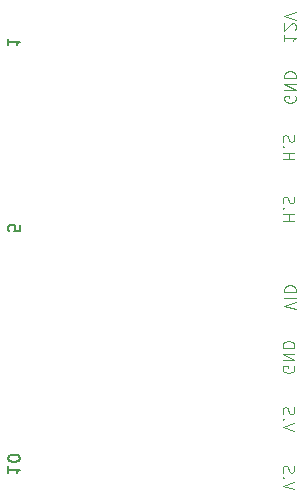
<source format=gbo>
G04 #@! TF.GenerationSoftware,KiCad,Pcbnew,8.0.3*
G04 #@! TF.CreationDate,2024-06-20T09:06:03+12:00*
G04 #@! TF.ProjectId,crt_card_edge_adapter,6372745f-6361-4726-945f-656467655f61,rev?*
G04 #@! TF.SameCoordinates,Original*
G04 #@! TF.FileFunction,Legend,Bot*
G04 #@! TF.FilePolarity,Positive*
%FSLAX46Y46*%
G04 Gerber Fmt 4.6, Leading zero omitted, Abs format (unit mm)*
G04 Created by KiCad (PCBNEW 8.0.3) date 2024-06-20 09:06:03*
%MOMM*%
%LPD*%
G01*
G04 APERTURE LIST*
%ADD10C,0.100000*%
%ADD11C,0.150000*%
%ADD12C,5.200000*%
%ADD13R,3.000000X3.000000*%
%ADD14C,3.000000*%
%ADD15R,9.800000X2.100000*%
%ADD16R,1.700000X1.700000*%
%ADD17O,1.700000X1.700000*%
%ADD18C,0.600000*%
G04 APERTURE END LIST*
D10*
X122539580Y-107788972D02*
X121539580Y-107455639D01*
X121539580Y-107455639D02*
X122539580Y-107122306D01*
X121634819Y-106788972D02*
X121587200Y-106741353D01*
X121587200Y-106741353D02*
X121539580Y-106788972D01*
X121539580Y-106788972D02*
X121587200Y-106836591D01*
X121587200Y-106836591D02*
X121634819Y-106788972D01*
X121634819Y-106788972D02*
X121539580Y-106788972D01*
X121587200Y-106360401D02*
X121539580Y-106217544D01*
X121539580Y-106217544D02*
X121539580Y-105979449D01*
X121539580Y-105979449D02*
X121587200Y-105884211D01*
X121587200Y-105884211D02*
X121634819Y-105836592D01*
X121634819Y-105836592D02*
X121730057Y-105788973D01*
X121730057Y-105788973D02*
X121825295Y-105788973D01*
X121825295Y-105788973D02*
X121920533Y-105836592D01*
X121920533Y-105836592D02*
X121968152Y-105884211D01*
X121968152Y-105884211D02*
X122015771Y-105979449D01*
X122015771Y-105979449D02*
X122063390Y-106169925D01*
X122063390Y-106169925D02*
X122111009Y-106265163D01*
X122111009Y-106265163D02*
X122158628Y-106312782D01*
X122158628Y-106312782D02*
X122253866Y-106360401D01*
X122253866Y-106360401D02*
X122349104Y-106360401D01*
X122349104Y-106360401D02*
X122444342Y-106312782D01*
X122444342Y-106312782D02*
X122491961Y-106265163D01*
X122491961Y-106265163D02*
X122539580Y-106169925D01*
X122539580Y-106169925D02*
X122539580Y-105931830D01*
X122539580Y-105931830D02*
X122491961Y-105788973D01*
X122539580Y-112741972D02*
X121539580Y-112408639D01*
X121539580Y-112408639D02*
X122539580Y-112075306D01*
X121634819Y-111741972D02*
X121587200Y-111694353D01*
X121587200Y-111694353D02*
X121539580Y-111741972D01*
X121539580Y-111741972D02*
X121587200Y-111789591D01*
X121587200Y-111789591D02*
X121634819Y-111741972D01*
X121634819Y-111741972D02*
X121539580Y-111741972D01*
X121587200Y-111313401D02*
X121539580Y-111170544D01*
X121539580Y-111170544D02*
X121539580Y-110932449D01*
X121539580Y-110932449D02*
X121587200Y-110837211D01*
X121587200Y-110837211D02*
X121634819Y-110789592D01*
X121634819Y-110789592D02*
X121730057Y-110741973D01*
X121730057Y-110741973D02*
X121825295Y-110741973D01*
X121825295Y-110741973D02*
X121920533Y-110789592D01*
X121920533Y-110789592D02*
X121968152Y-110837211D01*
X121968152Y-110837211D02*
X122015771Y-110932449D01*
X122015771Y-110932449D02*
X122063390Y-111122925D01*
X122063390Y-111122925D02*
X122111009Y-111218163D01*
X122111009Y-111218163D02*
X122158628Y-111265782D01*
X122158628Y-111265782D02*
X122253866Y-111313401D01*
X122253866Y-111313401D02*
X122349104Y-111313401D01*
X122349104Y-111313401D02*
X122444342Y-111265782D01*
X122444342Y-111265782D02*
X122491961Y-111218163D01*
X122491961Y-111218163D02*
X122539580Y-111122925D01*
X122539580Y-111122925D02*
X122539580Y-110884830D01*
X122539580Y-110884830D02*
X122491961Y-110741973D01*
X121666580Y-74229306D02*
X121666580Y-74800734D01*
X121666580Y-74515020D02*
X122666580Y-74515020D01*
X122666580Y-74515020D02*
X122523723Y-74610258D01*
X122523723Y-74610258D02*
X122428485Y-74705496D01*
X122428485Y-74705496D02*
X122380866Y-74800734D01*
X122571342Y-73848353D02*
X122618961Y-73800734D01*
X122618961Y-73800734D02*
X122666580Y-73705496D01*
X122666580Y-73705496D02*
X122666580Y-73467401D01*
X122666580Y-73467401D02*
X122618961Y-73372163D01*
X122618961Y-73372163D02*
X122571342Y-73324544D01*
X122571342Y-73324544D02*
X122476104Y-73276925D01*
X122476104Y-73276925D02*
X122380866Y-73276925D01*
X122380866Y-73276925D02*
X122238009Y-73324544D01*
X122238009Y-73324544D02*
X121666580Y-73895972D01*
X121666580Y-73895972D02*
X121666580Y-73276925D01*
X122666580Y-72991210D02*
X121666580Y-72657877D01*
X121666580Y-72657877D02*
X122666580Y-72324544D01*
X122666580Y-97501972D02*
X121666580Y-97168639D01*
X121666580Y-97168639D02*
X122666580Y-96835306D01*
X121666580Y-96501972D02*
X122666580Y-96501972D01*
X121666580Y-96025782D02*
X122666580Y-96025782D01*
X122666580Y-96025782D02*
X122666580Y-95787687D01*
X122666580Y-95787687D02*
X122618961Y-95644830D01*
X122618961Y-95644830D02*
X122523723Y-95549592D01*
X122523723Y-95549592D02*
X122428485Y-95501973D01*
X122428485Y-95501973D02*
X122238009Y-95454354D01*
X122238009Y-95454354D02*
X122095152Y-95454354D01*
X122095152Y-95454354D02*
X121904676Y-95501973D01*
X121904676Y-95501973D02*
X121809438Y-95549592D01*
X121809438Y-95549592D02*
X121714200Y-95644830D01*
X121714200Y-95644830D02*
X121666580Y-95787687D01*
X121666580Y-95787687D02*
X121666580Y-96025782D01*
X121539580Y-84786115D02*
X122539580Y-84786115D01*
X122063390Y-84786115D02*
X122063390Y-84214687D01*
X121539580Y-84214687D02*
X122539580Y-84214687D01*
X121634819Y-83738496D02*
X121587200Y-83690877D01*
X121587200Y-83690877D02*
X121539580Y-83738496D01*
X121539580Y-83738496D02*
X121587200Y-83786115D01*
X121587200Y-83786115D02*
X121634819Y-83738496D01*
X121634819Y-83738496D02*
X121539580Y-83738496D01*
X121587200Y-83309925D02*
X121539580Y-83167068D01*
X121539580Y-83167068D02*
X121539580Y-82928973D01*
X121539580Y-82928973D02*
X121587200Y-82833735D01*
X121587200Y-82833735D02*
X121634819Y-82786116D01*
X121634819Y-82786116D02*
X121730057Y-82738497D01*
X121730057Y-82738497D02*
X121825295Y-82738497D01*
X121825295Y-82738497D02*
X121920533Y-82786116D01*
X121920533Y-82786116D02*
X121968152Y-82833735D01*
X121968152Y-82833735D02*
X122015771Y-82928973D01*
X122015771Y-82928973D02*
X122063390Y-83119449D01*
X122063390Y-83119449D02*
X122111009Y-83214687D01*
X122111009Y-83214687D02*
X122158628Y-83262306D01*
X122158628Y-83262306D02*
X122253866Y-83309925D01*
X122253866Y-83309925D02*
X122349104Y-83309925D01*
X122349104Y-83309925D02*
X122444342Y-83262306D01*
X122444342Y-83262306D02*
X122491961Y-83214687D01*
X122491961Y-83214687D02*
X122539580Y-83119449D01*
X122539580Y-83119449D02*
X122539580Y-82881354D01*
X122539580Y-82881354D02*
X122491961Y-82738497D01*
X121539580Y-89993115D02*
X122539580Y-89993115D01*
X122063390Y-89993115D02*
X122063390Y-89421687D01*
X121539580Y-89421687D02*
X122539580Y-89421687D01*
X121634819Y-88945496D02*
X121587200Y-88897877D01*
X121587200Y-88897877D02*
X121539580Y-88945496D01*
X121539580Y-88945496D02*
X121587200Y-88993115D01*
X121587200Y-88993115D02*
X121634819Y-88945496D01*
X121634819Y-88945496D02*
X121539580Y-88945496D01*
X121587200Y-88516925D02*
X121539580Y-88374068D01*
X121539580Y-88374068D02*
X121539580Y-88135973D01*
X121539580Y-88135973D02*
X121587200Y-88040735D01*
X121587200Y-88040735D02*
X121634819Y-87993116D01*
X121634819Y-87993116D02*
X121730057Y-87945497D01*
X121730057Y-87945497D02*
X121825295Y-87945497D01*
X121825295Y-87945497D02*
X121920533Y-87993116D01*
X121920533Y-87993116D02*
X121968152Y-88040735D01*
X121968152Y-88040735D02*
X122015771Y-88135973D01*
X122015771Y-88135973D02*
X122063390Y-88326449D01*
X122063390Y-88326449D02*
X122111009Y-88421687D01*
X122111009Y-88421687D02*
X122158628Y-88469306D01*
X122158628Y-88469306D02*
X122253866Y-88516925D01*
X122253866Y-88516925D02*
X122349104Y-88516925D01*
X122349104Y-88516925D02*
X122444342Y-88469306D01*
X122444342Y-88469306D02*
X122491961Y-88421687D01*
X122491961Y-88421687D02*
X122539580Y-88326449D01*
X122539580Y-88326449D02*
X122539580Y-88088354D01*
X122539580Y-88088354D02*
X122491961Y-87945497D01*
X122618961Y-79436306D02*
X122666580Y-79531544D01*
X122666580Y-79531544D02*
X122666580Y-79674401D01*
X122666580Y-79674401D02*
X122618961Y-79817258D01*
X122618961Y-79817258D02*
X122523723Y-79912496D01*
X122523723Y-79912496D02*
X122428485Y-79960115D01*
X122428485Y-79960115D02*
X122238009Y-80007734D01*
X122238009Y-80007734D02*
X122095152Y-80007734D01*
X122095152Y-80007734D02*
X121904676Y-79960115D01*
X121904676Y-79960115D02*
X121809438Y-79912496D01*
X121809438Y-79912496D02*
X121714200Y-79817258D01*
X121714200Y-79817258D02*
X121666580Y-79674401D01*
X121666580Y-79674401D02*
X121666580Y-79579163D01*
X121666580Y-79579163D02*
X121714200Y-79436306D01*
X121714200Y-79436306D02*
X121761819Y-79388687D01*
X121761819Y-79388687D02*
X122095152Y-79388687D01*
X122095152Y-79388687D02*
X122095152Y-79579163D01*
X121666580Y-78960115D02*
X122666580Y-78960115D01*
X122666580Y-78960115D02*
X121666580Y-78388687D01*
X121666580Y-78388687D02*
X122666580Y-78388687D01*
X121666580Y-77912496D02*
X122666580Y-77912496D01*
X122666580Y-77912496D02*
X122666580Y-77674401D01*
X122666580Y-77674401D02*
X122618961Y-77531544D01*
X122618961Y-77531544D02*
X122523723Y-77436306D01*
X122523723Y-77436306D02*
X122428485Y-77388687D01*
X122428485Y-77388687D02*
X122238009Y-77341068D01*
X122238009Y-77341068D02*
X122095152Y-77341068D01*
X122095152Y-77341068D02*
X121904676Y-77388687D01*
X121904676Y-77388687D02*
X121809438Y-77436306D01*
X121809438Y-77436306D02*
X121714200Y-77531544D01*
X121714200Y-77531544D02*
X121666580Y-77674401D01*
X121666580Y-77674401D02*
X121666580Y-77912496D01*
X122491961Y-102296306D02*
X122539580Y-102391544D01*
X122539580Y-102391544D02*
X122539580Y-102534401D01*
X122539580Y-102534401D02*
X122491961Y-102677258D01*
X122491961Y-102677258D02*
X122396723Y-102772496D01*
X122396723Y-102772496D02*
X122301485Y-102820115D01*
X122301485Y-102820115D02*
X122111009Y-102867734D01*
X122111009Y-102867734D02*
X121968152Y-102867734D01*
X121968152Y-102867734D02*
X121777676Y-102820115D01*
X121777676Y-102820115D02*
X121682438Y-102772496D01*
X121682438Y-102772496D02*
X121587200Y-102677258D01*
X121587200Y-102677258D02*
X121539580Y-102534401D01*
X121539580Y-102534401D02*
X121539580Y-102439163D01*
X121539580Y-102439163D02*
X121587200Y-102296306D01*
X121587200Y-102296306D02*
X121634819Y-102248687D01*
X121634819Y-102248687D02*
X121968152Y-102248687D01*
X121968152Y-102248687D02*
X121968152Y-102439163D01*
X121539580Y-101820115D02*
X122539580Y-101820115D01*
X122539580Y-101820115D02*
X121539580Y-101248687D01*
X121539580Y-101248687D02*
X122539580Y-101248687D01*
X121539580Y-100772496D02*
X122539580Y-100772496D01*
X122539580Y-100772496D02*
X122539580Y-100534401D01*
X122539580Y-100534401D02*
X122491961Y-100391544D01*
X122491961Y-100391544D02*
X122396723Y-100296306D01*
X122396723Y-100296306D02*
X122301485Y-100248687D01*
X122301485Y-100248687D02*
X122111009Y-100201068D01*
X122111009Y-100201068D02*
X121968152Y-100201068D01*
X121968152Y-100201068D02*
X121777676Y-100248687D01*
X121777676Y-100248687D02*
X121682438Y-100296306D01*
X121682438Y-100296306D02*
X121587200Y-100391544D01*
X121587200Y-100391544D02*
X121539580Y-100534401D01*
X121539580Y-100534401D02*
X121539580Y-100772496D01*
D11*
X99301180Y-90373030D02*
X99301180Y-90849220D01*
X99301180Y-90849220D02*
X98824990Y-90896839D01*
X98824990Y-90896839D02*
X98872609Y-90849220D01*
X98872609Y-90849220D02*
X98920228Y-90753982D01*
X98920228Y-90753982D02*
X98920228Y-90515887D01*
X98920228Y-90515887D02*
X98872609Y-90420649D01*
X98872609Y-90420649D02*
X98824990Y-90373030D01*
X98824990Y-90373030D02*
X98729752Y-90325411D01*
X98729752Y-90325411D02*
X98491657Y-90325411D01*
X98491657Y-90325411D02*
X98396419Y-90373030D01*
X98396419Y-90373030D02*
X98348800Y-90420649D01*
X98348800Y-90420649D02*
X98301180Y-90515887D01*
X98301180Y-90515887D02*
X98301180Y-90753982D01*
X98301180Y-90753982D02*
X98348800Y-90849220D01*
X98348800Y-90849220D02*
X98396419Y-90896839D01*
X98301180Y-74577411D02*
X98301180Y-75148839D01*
X98301180Y-74863125D02*
X99301180Y-74863125D01*
X99301180Y-74863125D02*
X99158323Y-74958363D01*
X99158323Y-74958363D02*
X99063085Y-75053601D01*
X99063085Y-75053601D02*
X99015466Y-75148839D01*
X98301180Y-110772411D02*
X98301180Y-111343839D01*
X98301180Y-111058125D02*
X99301180Y-111058125D01*
X99301180Y-111058125D02*
X99158323Y-111153363D01*
X99158323Y-111153363D02*
X99063085Y-111248601D01*
X99063085Y-111248601D02*
X99015466Y-111343839D01*
X99301180Y-110153363D02*
X99301180Y-110058125D01*
X99301180Y-110058125D02*
X99253561Y-109962887D01*
X99253561Y-109962887D02*
X99205942Y-109915268D01*
X99205942Y-109915268D02*
X99110704Y-109867649D01*
X99110704Y-109867649D02*
X98920228Y-109820030D01*
X98920228Y-109820030D02*
X98682133Y-109820030D01*
X98682133Y-109820030D02*
X98491657Y-109867649D01*
X98491657Y-109867649D02*
X98396419Y-109915268D01*
X98396419Y-109915268D02*
X98348800Y-109962887D01*
X98348800Y-109962887D02*
X98301180Y-110058125D01*
X98301180Y-110058125D02*
X98301180Y-110153363D01*
X98301180Y-110153363D02*
X98348800Y-110248601D01*
X98348800Y-110248601D02*
X98396419Y-110296220D01*
X98396419Y-110296220D02*
X98491657Y-110343839D01*
X98491657Y-110343839D02*
X98682133Y-110391458D01*
X98682133Y-110391458D02*
X98920228Y-110391458D01*
X98920228Y-110391458D02*
X99110704Y-110343839D01*
X99110704Y-110343839D02*
X99205942Y-110296220D01*
X99205942Y-110296220D02*
X99253561Y-110248601D01*
X99253561Y-110248601D02*
X99301180Y-110153363D01*
%LPC*%
D12*
X107442000Y-71628000D03*
D13*
X119380000Y-73660000D03*
D14*
X119380000Y-78740000D03*
X119380000Y-83820000D03*
X119380000Y-88900000D03*
D13*
X119380000Y-96520000D03*
D14*
X119380000Y-101600000D03*
X119380000Y-106680000D03*
X119380000Y-111760000D03*
D15*
X91440000Y-74890000D03*
X91440000Y-78850000D03*
X91440000Y-82810000D03*
X91440000Y-86770000D03*
X91440000Y-90730000D03*
X91440000Y-94690000D03*
X91440000Y-98650000D03*
X91440000Y-102610000D03*
X91440000Y-106570000D03*
X91440000Y-110530000D03*
D16*
X105410000Y-81280000D03*
D17*
X105410000Y-83820000D03*
X105410000Y-86360000D03*
X105410000Y-88900000D03*
X105410000Y-91440000D03*
X105410000Y-93980000D03*
X105410000Y-96520000D03*
X105410000Y-99060000D03*
X105410000Y-101600000D03*
X105410000Y-104140000D03*
D16*
X109220000Y-81280000D03*
D17*
X109220000Y-83820000D03*
X109220000Y-86360000D03*
X109220000Y-88900000D03*
X109220000Y-91440000D03*
X109220000Y-93980000D03*
X109220000Y-96520000D03*
X109220000Y-99060000D03*
X109220000Y-101600000D03*
X109220000Y-104140000D03*
D12*
X107442000Y-113792000D03*
D18*
X97282000Y-110530000D03*
X97536000Y-74930000D03*
X97231200Y-98602800D03*
X97536000Y-90728800D03*
X97383600Y-82804000D03*
X97536000Y-78841600D03*
X97485200Y-102616000D03*
X97485200Y-86766400D03*
X97434400Y-94691200D03*
X97332800Y-106578400D03*
%LPD*%
M02*

</source>
